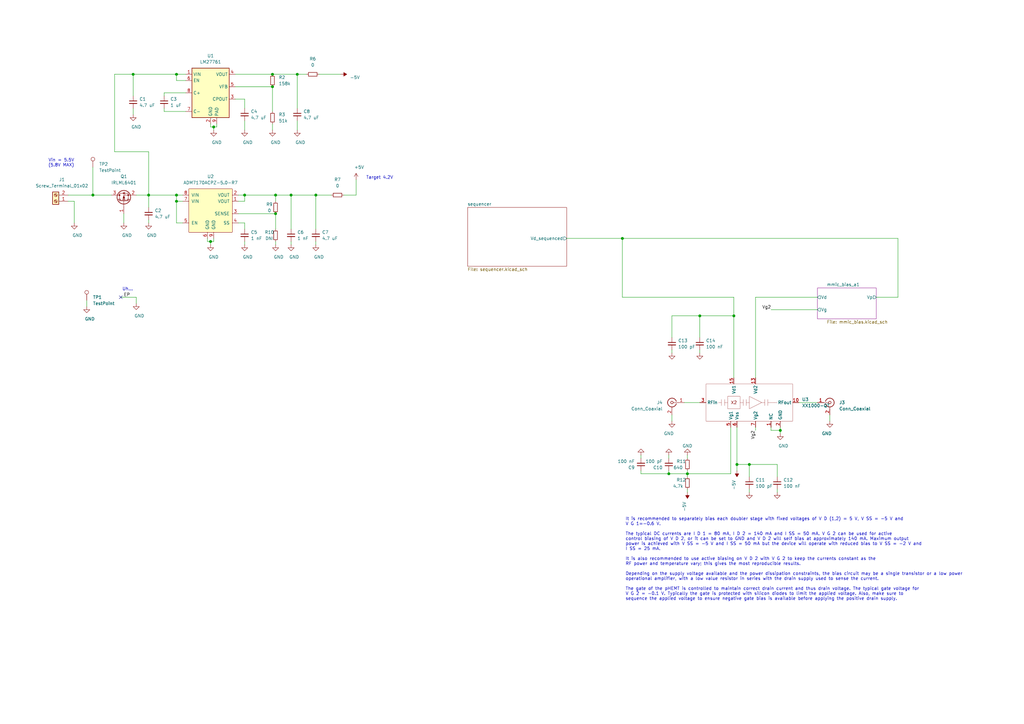
<source format=kicad_sch>
(kicad_sch (version 20210406) (generator eeschema)
  (paper "A3")
  (lib_symbols
    (symbol "Connector:Conn_Coaxial" (pin_names (offset 1.016) hide)
      (property "Reference" "J" (at 0.254 3.048 0))
      (property "Value" "Conn_Coaxial" (at 2.921 0 90))
      (symbol "Conn_Coaxial_0_1"
        (arc (start -1.778 0.508) (end 1.778 0) (radius (at -0.0508 0) (length 1.8034) (angles 163.6 0)) (stroke (width 0.254)))
        (arc (start 1.778 0) (end -1.778 -0.508) (radius (at -0.0254 0) (length 1.8034) (angles 0 -163.8)) (stroke (width 0.254)))
        (circle (center 0 0) (radius 0.508) (stroke (width 0.2032)))
        (polyline (pts (xy -2.54 0) (xy -0.508 0)))
        (polyline (pts (xy 0 -2.54) (xy 0 -1.778)))
      )
      (symbol "Conn_Coaxial_1_1"
        (pin passive line (at -5.08 0 0) (length 2.54) (name "In") (number "1"))
        (pin passive line (at 0 -5.08 90) (length 2.54) (name "Ext") (number "2"))
      )
    )
    (symbol "Connector:Screw_Terminal_01x02" (pin_names (offset 1.016) hide)
      (property "Reference" "J" (at 0 2.54 0))
      (property "Value" "Screw_Terminal_01x02" (at 0 -5.08 0))
      (symbol "Screw_Terminal_01x02_1_1"
        (circle (center 0 -2.54) (radius 0.635) (stroke (width 0.1524)))
        (circle (center 0 0) (radius 0.635) (stroke (width 0.1524)))
        (rectangle (start -1.27 1.27) (end 1.27 -3.81) (stroke (width 0.254)) (fill (type background)))
        (polyline (pts (xy -0.5334 -2.2098) (xy 0.3302 -3.048)) (stroke (width 0.1524)))
        (polyline (pts (xy -0.5334 0.3302) (xy 0.3302 -0.508)) (stroke (width 0.1524)))
        (polyline (pts (xy -0.3556 -2.032) (xy 0.508 -2.8702)) (stroke (width 0.1524)))
        (polyline (pts (xy -0.3556 0.508) (xy 0.508 -0.3302)) (stroke (width 0.1524)))
        (pin passive line (at -5.08 0 0) (length 3.81) (name "Pin_1") (number "1"))
        (pin passive line (at -5.08 -2.54 0) (length 3.81) (name "Pin_2") (number "2"))
      )
    )
    (symbol "Connector:TestPoint" (pin_numbers hide) (pin_names (offset 0.762) hide)
      (property "Reference" "TP" (at 0 6.858 0))
      (property "Value" "TestPoint" (at 0 5.08 0))
      (symbol "TestPoint_0_1"
        (circle (center 0 3.302) (radius 0.762))
      )
      (symbol "TestPoint_1_1"
        (pin passive line (at 0 0 90) (length 2.54) (name "1") (number "1"))
      )
    )
    (symbol "Device:C_Small" (pin_numbers hide) (pin_names (offset 0.254) hide)
      (property "Reference" "C" (at 0.254 1.778 0))
      (property "Value" "C_Small" (at 0.254 -2.032 0))
      (symbol "C_Small_0_1"
        (polyline (pts (xy -1.524 -0.508) (xy 1.524 -0.508)) (stroke (width 0.3302)))
        (polyline (pts (xy -1.524 0.508) (xy 1.524 0.508)) (stroke (width 0.3048)))
      )
      (symbol "C_Small_1_1"
        (pin passive line (at 0 2.54 270) (length 2.032) (name "~") (number "1"))
        (pin passive line (at 0 -2.54 90) (length 2.032) (name "~") (number "2"))
      )
    )
    (symbol "Device:R_Small" (pin_numbers hide) (pin_names (offset 0.254) hide)
      (property "Reference" "R" (at 0.762 0.508 0))
      (property "Value" "R_Small" (at 0.762 -1.016 0))
      (symbol "R_Small_0_1"
        (rectangle (start -0.762 1.778) (end 0.762 -1.778) (stroke (width 0.2032)))
      )
      (symbol "R_Small_1_1"
        (pin passive line (at 0 2.54 270) (length 0.762) (name "~") (number "1"))
        (pin passive line (at 0 -2.54 90) (length 0.762) (name "~") (number "2"))
      )
    )
    (symbol "Regulator_SwitchedCapacitor:LM27761"
      (property "Reference" "U" (at -6.35 11.43 0))
      (property "Value" "LM27761" (at 3.302 11.43 0))
      (symbol "LM27761_0_1"
        (rectangle (start -7.62 10.16) (end 7.62 -10.16) (stroke (width 0.254)) (fill (type background)))
      )
      (symbol "LM27761_1_1"
        (pin power_in line (at -10.16 7.62 0) (length 2.54) (name "VIN") (number "1"))
        (pin power_in line (at 0 -12.7 90) (length 2.54) (name "GND") (number "2"))
        (pin power_out line (at 10.16 -2.54 180) (length 2.54) (name "CPOUT") (number "3"))
        (pin power_out line (at 10.16 7.62 180) (length 2.54) (name "VOUT") (number "4"))
        (pin input line (at 10.16 2.54 180) (length 2.54) (name "VFB") (number "5"))
        (pin input line (at -10.16 5.08 0) (length 2.54) (name "EN") (number "6"))
        (pin passive line (at -10.16 -7.62 0) (length 2.54) (name "C-") (number "7"))
        (pin passive line (at -10.16 0 0) (length 2.54) (name "C+") (number "8"))
        (pin power_in line (at 2.54 -12.7 90) (length 2.54) (name "PAD") (number "9"))
      )
    )
    (symbol "Transistor_FET:IRLML6401" (pin_names hide)
      (property "Reference" "Q" (at 5.08 1.905 0))
      (property "Value" "IRLML6401" (at 5.08 0 0))
      (symbol "IRLML6401_0_1"
        (circle (center 1.651 0) (radius 2.794) (stroke (width 0.254)))
        (circle (center 2.54 -1.778) (radius 0.254) (fill (type outline)))
        (circle (center 2.54 1.778) (radius 0.254) (fill (type outline)))
        (polyline (pts (xy 0.254 0) (xy -2.54 0)))
        (polyline (pts (xy 0.254 1.905) (xy 0.254 -1.905)) (stroke (width 0.254)))
        (polyline (pts (xy 0.762 -1.27) (xy 0.762 -2.286)) (stroke (width 0.254)))
        (polyline (pts (xy 0.762 0.508) (xy 0.762 -0.508)) (stroke (width 0.254)))
        (polyline (pts (xy 0.762 2.286) (xy 0.762 1.27)) (stroke (width 0.254)))
        (polyline (pts (xy 2.54 2.54) (xy 2.54 1.778)))
        (polyline (pts (xy 2.54 -2.54) (xy 2.54 0) (xy 0.762 0)))
        (polyline (pts (xy 0.762 1.778) (xy 3.302 1.778) (xy 3.302 -1.778) (xy 0.762 -1.778)))
        (polyline (pts (xy 2.794 -0.508) (xy 2.921 -0.381) (xy 3.683 -0.381) (xy 3.81 -0.254)))
        (polyline (pts (xy 3.302 -0.381) (xy 2.921 0.254) (xy 3.683 0.254) (xy 3.302 -0.381)))
        (polyline (pts (xy 2.286 0) (xy 1.27 0.381) (xy 1.27 -0.381) (xy 2.286 0)) (fill (type outline)))
      )
      (symbol "IRLML6401_1_1"
        (pin input line (at -5.08 0 0) (length 2.54) (name "G") (number "1"))
        (pin passive line (at 2.54 -5.08 90) (length 2.54) (name "S") (number "2"))
        (pin passive line (at 2.54 5.08 270) (length 2.54) (name "D") (number "3"))
      )
    )
    (symbol "jtk_rf:XX1000-QT"
      (property "Reference" "U" (at 20.32 8.89 0))
      (property "Value" "XX1000-QT" (at 25.4 6.35 0))
      (symbol "XX1000-QT_0_0"
        (text "X2" (at -6.35 0 0) (effects (font (size 1.27 1.27))))
      )
      (symbol "XX1000-QT_0_1"
        (rectangle (start -17.78 7.62) (end 17.78 -7.62) (stroke (width 0.0006)))
        (polyline (pts (xy -10.16 0) (xy -8.89 0)) (stroke (width 0.0006)))
        (polyline (pts (xy -10.16 1.27) (xy -10.16 -1.27)) (stroke (width 0.0006)))
        (polyline (pts (xy -2.54 -1.27) (xy -2.54 0)) (stroke (width 0.0006)))
        (polyline (pts (xy -1.27 0) (xy 0 0)) (stroke (width 0.0006)))
        (polyline (pts (xy -1.27 1.27) (xy -1.27 -1.27)) (stroke (width 0.0006)))
        (polyline (pts (xy 5.08 0) (xy 6.35 0)) (stroke (width 0.0006)))
        (polyline (pts (xy 6.35 1.27) (xy 6.35 -1.27)) (stroke (width 0.0006)))
        (polyline (pts (xy 7.62 0) (xy 10.16 0)) (stroke (width 0.0006)))
        (polyline (pts (xy 7.62 1.27) (xy 7.62 -1.27)) (stroke (width 0.0006)))
        (polyline (pts (xy 10.16 0) (xy 11.43 0)) (stroke (width 0.0006)))
        (polyline (pts (xy -3.81 0) (xy -2.54 0) (xy -2.54 1.27)) (stroke (width 0.0006)))
        (polyline (pts (xy -12.7 0) (xy -11.43 0) (xy -11.43 1.27) (xy -11.43 -1.27)) (stroke (width 0.0006)))
        (polyline (pts (xy 0 0) (xy 0 2.54) (xy 5.08 0) (xy 0 -2.54) (xy 0 0)) (stroke (width 0.0006)))
        (polyline (pts (xy -8.89 0) (xy -8.89 2.54) (xy -3.81 2.54) (xy -3.81 -2.54) (xy -8.89 -2.54) (xy -8.89 0)) (stroke (width 0.0006)))
      )
      (symbol "XX1000-QT_1_1"
        (pin passive line (at 8.89 -10.16 90) (length 2.54) (name "NC") (number "1"))
        (pin output line (at 20.32 0 180) (length 2.54) (name "RFout") (number "10"))
        (pin passive line (at 12.7 -10.16 90) (length 2.54) hide (name "GND") (number "11"))
        (pin passive line (at 8.89 -10.16 90) (length 2.54) hide (name "NC") (number "12"))
        (pin input line (at 2.54 10.16 270) (length 2.54) (name "Vd2") (number "13"))
        (pin passive line (at 8.89 -10.16 90) (length 2.54) hide (name "NC") (number "14"))
        (pin input line (at -6.35 10.16 270) (length 2.54) (name "Vd1") (number "15"))
        (pin passive line (at 8.89 -10.16 90) (length 2.54) hide (name "NC") (number "16"))
        (pin passive line (at 12.7 -10.16 90) (length 2.54) hide (name "GND") (number "17"))
        (pin power_in line (at 12.7 -10.16 90) (length 2.54) (name "GND") (number "2"))
        (pin input line (at -20.32 0 0) (length 2.54) (name "RFin") (number "3"))
        (pin passive line (at 12.7 -10.16 90) (length 2.54) hide (name "GND") (number "4"))
        (pin input line (at -7.62 -10.16 90) (length 2.54) (name "Vg1") (number "5"))
        (pin input line (at -5.08 -10.16 90) (length 2.54) (name "Vss") (number "6"))
        (pin input line (at 2.54 -10.16 90) (length 2.54) (name "Vg2") (number "7"))
        (pin passive line (at 8.89 -10.16 90) (length 2.54) hide (name "NC") (number "8"))
        (pin passive line (at 12.7 -10.16 90) (length 2.54) hide (name "GND") (number "9"))
      )
    )
    (symbol "power:+5V" (power) (pin_names (offset 0))
      (property "Value" "+5V" (at 0 3.556 0))
      (symbol "+5V_0_1"
        (polyline (pts (xy -0.762 1.27) (xy 0 2.54)))
        (polyline (pts (xy 0 0) (xy 0 2.54)))
        (polyline (pts (xy 0 2.54) (xy 0.762 1.27)))
      )
      (symbol "+5V_1_1"
        (pin power_in line (at 0 0 90) (length 0) hide (name "+5V") (number "1"))
      )
    )
    (symbol "power:-5V" (power) (pin_names (offset 0))
      (property "Value" "-5V" (at 0 3.81 0))
      (symbol "-5V_0_0"
        (pin power_in line (at 0 0 90) (length 0) hide (name "-5V") (number "1"))
      )
      (symbol "-5V_0_1"
        (polyline (pts (xy 0 0) (xy 0 1.27) (xy 0.762 1.27) (xy 0 2.54) (xy -0.762 1.27) (xy 0 1.27)) (fill (type outline)))
      )
    )
    (symbol "power:GND" (power) (pin_names (offset 0))
      (property "Value" "GND" (at 0 -3.81 0))
      (symbol "GND_0_1"
        (polyline (pts (xy 0 0) (xy 0 -1.27) (xy 1.27 -1.27) (xy 0 -2.54) (xy -1.27 -1.27) (xy 0 -1.27)))
      )
      (symbol "GND_1_1"
        (pin power_in line (at 0 0 270) (length 0) hide (name "GND") (number "1"))
      )
    )
    (symbol "vna_mm:ADM7170" (pin_names (offset 1.016))
      (property "Reference" "U" (at -17.78 10.16 0))
      (property "Value" "ADM7170" (at -13.97 7.62 0))
      (symbol "ADM7170_0_1"
        (rectangle (start -8.89 6.35) (end 8.89 -11.43) (fill (type background)))
      )
      (symbol "ADM7170_1_1"
        (pin power_out line (at 11.43 1.27 180) (length 2.54) (name "VOUT") (number "1"))
        (pin power_out line (at 11.43 3.81 180) (length 2.54) (name "VOUT") (number "2"))
        (pin passive line (at 11.43 -3.81 180) (length 2.54) (name "SENSE") (number "3"))
        (pin passive line (at 11.43 -7.62 180) (length 2.54) (name "SS") (number "4"))
        (pin input line (at -11.43 -7.62 0) (length 2.54) (name "EN") (number "5"))
        (pin power_in line (at -1.27 -13.97 90) (length 2.54) (name "GND") (number "6"))
        (pin power_in line (at -11.43 1.27 0) (length 2.54) (name "VIN") (number "7"))
        (pin power_in line (at -11.43 3.81 0) (length 2.54) (name "VIN") (number "8"))
        (pin power_in line (at 1.27 -13.97 90) (length 2.54) (name "GND") (number "9"))
      )
    )
  )
  (junction (at 38.1 80.01) (diameter 1.016))
  (junction (at 54.61 30.48) (diameter 1.016))
  (junction (at 60.96 80.01) (diameter 1.016))
  (junction (at 72.39 30.48) (diameter 1.016))
  (junction (at 72.39 80.01) (diameter 1.016))
  (junction (at 72.39 82.55) (diameter 1.016))
  (junction (at 86.36 99.06) (diameter 1.016))
  (junction (at 87.63 52.07) (diameter 1.016))
  (junction (at 100.33 80.01) (diameter 1.016))
  (junction (at 111.76 30.48) (diameter 1.016))
  (junction (at 111.76 35.56) (diameter 1.016))
  (junction (at 113.03 80.01) (diameter 1.016))
  (junction (at 113.03 87.63) (diameter 1.016))
  (junction (at 119.38 80.01) (diameter 1.016))
  (junction (at 121.92 30.48) (diameter 1.016))
  (junction (at 129.54 80.01) (diameter 1.016))
  (junction (at 255.27 97.79) (diameter 1.016))
  (junction (at 274.32 194.31) (diameter 1.016))
  (junction (at 281.94 194.31) (diameter 1.016))
  (junction (at 287.02 129.54) (diameter 1.016))
  (junction (at 300.99 129.54) (diameter 1.016))
  (junction (at 302.26 190.5) (diameter 1.016))
  (junction (at 307.34 190.5) (diameter 1.016))
  (junction (at 320.04 176.53) (diameter 1.016))
  (no_connect (at 49.53 121.92))
  (wire (pts (xy 27.94 80.01) (xy 38.1 80.01)))
  (wire (pts (xy 30.48 82.55) (xy 27.94 82.55)))
  (wire (pts (xy 30.48 91.44) (xy 30.48 82.55)))
  (wire (pts (xy 35.56 123.19) (xy 35.56 125.73)))
  (wire (pts (xy 38.1 68.58) (xy 38.1 80.01)))
  (wire (pts (xy 38.1 80.01) (xy 45.72 80.01)))
  (wire (pts (xy 46.99 30.48) (xy 46.99 62.23)))
  (wire (pts (xy 46.99 62.23) (xy 60.96 62.23)))
  (wire (pts (xy 49.53 121.92) (xy 55.88 121.92)))
  (wire (pts (xy 50.8 87.63) (xy 50.8 91.44)))
  (wire (pts (xy 54.61 30.48) (xy 46.99 30.48)))
  (wire (pts (xy 54.61 30.48) (xy 72.39 30.48)))
  (wire (pts (xy 54.61 39.37) (xy 54.61 30.48)))
  (wire (pts (xy 54.61 44.45) (xy 54.61 46.99)))
  (wire (pts (xy 55.88 80.01) (xy 60.96 80.01)))
  (wire (pts (xy 55.88 121.92) (xy 55.88 124.46)))
  (wire (pts (xy 60.96 62.23) (xy 60.96 80.01)))
  (wire (pts (xy 60.96 80.01) (xy 60.96 85.09)))
  (wire (pts (xy 60.96 90.17) (xy 60.96 91.44)))
  (wire (pts (xy 67.31 38.1) (xy 76.2 38.1)))
  (wire (pts (xy 67.31 39.37) (xy 67.31 38.1)))
  (wire (pts (xy 67.31 45.72) (xy 67.31 44.45)))
  (wire (pts (xy 72.39 30.48) (xy 76.2 30.48)))
  (wire (pts (xy 72.39 33.02) (xy 72.39 30.48)))
  (wire (pts (xy 72.39 80.01) (xy 60.96 80.01)))
  (wire (pts (xy 72.39 82.55) (xy 72.39 80.01)))
  (wire (pts (xy 72.39 91.44) (xy 72.39 82.55)))
  (wire (pts (xy 74.93 80.01) (xy 72.39 80.01)))
  (wire (pts (xy 74.93 82.55) (xy 72.39 82.55)))
  (wire (pts (xy 74.93 91.44) (xy 72.39 91.44)))
  (wire (pts (xy 76.2 33.02) (xy 72.39 33.02)))
  (wire (pts (xy 76.2 45.72) (xy 67.31 45.72)))
  (wire (pts (xy 85.09 97.79) (xy 85.09 99.06)))
  (wire (pts (xy 85.09 99.06) (xy 86.36 99.06)))
  (wire (pts (xy 86.36 50.8) (xy 86.36 52.07)))
  (wire (pts (xy 86.36 52.07) (xy 87.63 52.07)))
  (wire (pts (xy 86.36 99.06) (xy 86.36 100.33)))
  (wire (pts (xy 86.36 99.06) (xy 87.63 99.06)))
  (wire (pts (xy 87.63 52.07) (xy 87.63 53.34)))
  (wire (pts (xy 87.63 52.07) (xy 88.9 52.07)))
  (wire (pts (xy 87.63 99.06) (xy 87.63 97.79)))
  (wire (pts (xy 88.9 52.07) (xy 88.9 50.8)))
  (wire (pts (xy 96.52 30.48) (xy 111.76 30.48)))
  (wire (pts (xy 96.52 35.56) (xy 111.76 35.56)))
  (wire (pts (xy 96.52 40.64) (xy 100.33 40.64)))
  (wire (pts (xy 97.79 82.55) (xy 100.33 82.55)))
  (wire (pts (xy 97.79 87.63) (xy 113.03 87.63)))
  (wire (pts (xy 97.79 91.44) (xy 100.33 91.44)))
  (wire (pts (xy 100.33 40.64) (xy 100.33 44.45)))
  (wire (pts (xy 100.33 49.53) (xy 100.33 53.34)))
  (wire (pts (xy 100.33 80.01) (xy 97.79 80.01)))
  (wire (pts (xy 100.33 80.01) (xy 113.03 80.01)))
  (wire (pts (xy 100.33 82.55) (xy 100.33 80.01)))
  (wire (pts (xy 100.33 91.44) (xy 100.33 93.98)))
  (wire (pts (xy 100.33 99.06) (xy 100.33 100.33)))
  (wire (pts (xy 111.76 30.48) (xy 121.92 30.48)))
  (wire (pts (xy 111.76 35.56) (xy 111.76 45.72)))
  (wire (pts (xy 111.76 50.8) (xy 111.76 53.34)))
  (wire (pts (xy 113.03 80.01) (xy 113.03 82.55)))
  (wire (pts (xy 113.03 80.01) (xy 119.38 80.01)))
  (wire (pts (xy 113.03 87.63) (xy 113.03 93.98)))
  (wire (pts (xy 113.03 99.06) (xy 113.03 100.33)))
  (wire (pts (xy 119.38 80.01) (xy 119.38 93.98)))
  (wire (pts (xy 119.38 80.01) (xy 129.54 80.01)))
  (wire (pts (xy 119.38 99.06) (xy 119.38 100.33)))
  (wire (pts (xy 121.92 30.48) (xy 125.73 30.48)))
  (wire (pts (xy 121.92 44.45) (xy 121.92 30.48)))
  (wire (pts (xy 121.92 49.53) (xy 121.92 53.34)))
  (wire (pts (xy 129.54 80.01) (xy 129.54 93.98)))
  (wire (pts (xy 129.54 80.01) (xy 135.89 80.01)))
  (wire (pts (xy 129.54 99.06) (xy 129.54 100.33)))
  (wire (pts (xy 130.81 30.48) (xy 139.7 30.48)))
  (wire (pts (xy 146.05 73.66) (xy 146.05 80.01)))
  (wire (pts (xy 146.05 80.01) (xy 140.97 80.01)))
  (wire (pts (xy 232.41 97.79) (xy 255.27 97.79)))
  (wire (pts (xy 255.27 97.79) (xy 255.27 121.92)))
  (wire (pts (xy 255.27 97.79) (xy 368.3 97.79)))
  (wire (pts (xy 255.27 121.92) (xy 300.99 121.92)))
  (wire (pts (xy 262.89 187.96) (xy 262.89 186.69)))
  (wire (pts (xy 262.89 193.04) (xy 262.89 194.31)))
  (wire (pts (xy 262.89 194.31) (xy 274.32 194.31)))
  (wire (pts (xy 274.32 187.96) (xy 274.32 186.69)))
  (wire (pts (xy 274.32 193.04) (xy 274.32 194.31)))
  (wire (pts (xy 274.32 194.31) (xy 281.94 194.31)))
  (wire (pts (xy 275.59 129.54) (xy 275.59 138.43)))
  (wire (pts (xy 275.59 129.54) (xy 287.02 129.54)))
  (wire (pts (xy 275.59 143.51) (xy 275.59 144.78)))
  (wire (pts (xy 275.59 170.18) (xy 275.59 172.72)))
  (wire (pts (xy 280.67 165.1) (xy 287.02 165.1)))
  (wire (pts (xy 281.94 186.69) (xy 281.94 187.96)))
  (wire (pts (xy 281.94 194.31) (xy 281.94 193.04)))
  (wire (pts (xy 281.94 194.31) (xy 281.94 195.58)))
  (wire (pts (xy 281.94 194.31) (xy 299.72 194.31)))
  (wire (pts (xy 281.94 200.66) (xy 281.94 201.93)))
  (wire (pts (xy 287.02 129.54) (xy 287.02 138.43)))
  (wire (pts (xy 287.02 129.54) (xy 300.99 129.54)))
  (wire (pts (xy 287.02 143.51) (xy 287.02 144.78)))
  (wire (pts (xy 299.72 194.31) (xy 299.72 175.26)))
  (wire (pts (xy 300.99 121.92) (xy 300.99 129.54)))
  (wire (pts (xy 300.99 129.54) (xy 300.99 154.94)))
  (wire (pts (xy 302.26 175.26) (xy 302.26 190.5)))
  (wire (pts (xy 302.26 190.5) (xy 302.26 193.04)))
  (wire (pts (xy 302.26 190.5) (xy 307.34 190.5)))
  (wire (pts (xy 307.34 190.5) (xy 307.34 195.58)))
  (wire (pts (xy 307.34 190.5) (xy 318.77 190.5)))
  (wire (pts (xy 307.34 200.66) (xy 307.34 201.93)))
  (wire (pts (xy 309.88 121.92) (xy 309.88 154.94)))
  (wire (pts (xy 309.88 121.92) (xy 335.28 121.92)))
  (wire (pts (xy 309.88 175.26) (xy 309.88 176.53)))
  (wire (pts (xy 316.23 127) (xy 335.28 127)))
  (wire (pts (xy 316.23 175.26) (xy 316.23 176.53)))
  (wire (pts (xy 316.23 176.53) (xy 320.04 176.53)))
  (wire (pts (xy 318.77 190.5) (xy 318.77 195.58)))
  (wire (pts (xy 318.77 200.66) (xy 318.77 201.93)))
  (wire (pts (xy 320.04 175.26) (xy 320.04 176.53)))
  (wire (pts (xy 320.04 176.53) (xy 320.04 177.8)))
  (wire (pts (xy 327.66 165.1) (xy 335.28 165.1)))
  (wire (pts (xy 340.36 170.18) (xy 340.36 172.72)))
  (wire (pts (xy 368.3 97.79) (xy 368.3 121.92)))
  (wire (pts (xy 368.3 121.92) (xy 359.41 121.92)))
  (text "Vin = 5.5V\n(5.8V MAX)" (at 30.48 68.58 180) (effects (font (size 1.27 1.27)) (justify right bottom)))
  (text "Uh..." (at 54.61 119.38 180) (effects (font (size 1.27 1.27)) (justify right bottom)))
  (text "Target 4.2V" (at 161.29 73.66 180) (effects (font (size 1.27 1.27)) (justify right bottom)))
  (text "It is recommended to separately bias each doubler stage with fixed voltages of V D (1,2) = 5 V, V SS = -5 V and\nV G 1=-0.6 V. \n\nThe typical DC currents are I D 1 = 80 mA, I D 2 = 140 mA and I SS = 50 mA. V G 2 can be used for active\ncontrol biasing of V D 2, or it can be set to GND and V D 2 will self bias at approximately 140 mA. Maximum output\npower is achieved with V SS = -5 V and I SS = 50 mA but the device will operate with reduced bias to V SS = -2 V and\nI SS = 25 mA. \n\nIt is also recommended to use active biasing on V D 2 with V G 2 to keep the currents constant as the\nRF power and temperature vary; this gives the most reproducible results. \n\nDepending on the supply voltage available and the power dissipation constraints, the bias circuit may be a single transistor or a low power\noperational amplifier, with a low value resistor in series with the drain supply used to sense the current. \n\nThe gate of the pHEMT is controlled to maintain correct drain current and thus drain voltage. The typical gate voltage for\nV G 2 = -0.1 V. Typically the gate is protected with silicon diodes to limit the applied voltage. Also, make sure to\nsequence the applied voltage to ensure negative gate bias is available before applying the positive drain supply." (at 256.54 246.38 0) (effects (font (size 1.27 1.27)) (justify left bottom)))
  (label "EP" (at 53.34 121.92 180))
  (label "Vg2" (at 309.88 176.53 270))
  (label "Vg2" (at 316.23 127 180))
  (symbol (lib_id "power:-5V") (at 139.7 30.48 270) (unit 1)
    (property "Reference" "#PWR0115" (effects hide))
    (property "Value" "-5V" (at 143.51 31.75 90) (effects (justify left)))
  )
  (symbol (lib_id "power:+5V") (at 146.05 73.66 0) (unit 1)
    (property "Reference" "#PWR0118" (effects hide))
    (property "Value" "+5V" (at 147.32 68.58 0))
  )
  (symbol (lib_id "power:-5V") (at 281.94 201.93 180) (unit 1)
    (property "Reference" "#PWR0122" (effects hide))
    (property "Value" "-5V" (at 280.67 205.74 90) (effects (justify left)))
  )
  (symbol (lib_id "power:-5V") (at 302.26 193.04 180) (unit 1)
    (property "Reference" "#PWR0123" (effects hide))
    (property "Value" "-5V" (at 300.99 196.85 90) (effects (justify left)))
  )
  (symbol (lib_id "Connector:TestPoint") (at 35.56 123.19 0) (unit 1)
    (property "Reference" "TP1" (at 38.1 121.92 0) (effects (justify left)))
    (property "Value" "TestPoint" (at 38.1 124.46 0) (effects (justify left)))
    (property "Footprint" "TestPoint:TestPoint_Keystone_5015_Micro-Minature" (effects hide))
  )
  (symbol (lib_id "Connector:TestPoint") (at 38.1 68.58 0) (unit 1)
    (property "Reference" "TP2" (at 40.64 67.31 0) (effects (justify left)))
    (property "Value" "TestPoint" (at 40.64 69.85 0) (effects (justify left)))
    (property "Footprint" "TestPoint:TestPoint_Keystone_5015_Micro-Minature" (effects hide))
  )
  (symbol (lib_id "power:GND") (at 30.48 91.44 0) (unit 1)
    (property "Reference" "#PWR0102" (effects hide))
    (property "Value" "GND" (at 31.75 96.52 0))
  )
  (symbol (lib_id "power:GND") (at 35.56 125.73 0) (unit 1)
    (property "Reference" "#PWR0103" (effects hide))
    (property "Value" "GND" (at 36.83 130.81 0))
  )
  (symbol (lib_id "power:GND") (at 50.8 91.44 0) (unit 1)
    (property "Reference" "#PWR0101" (effects hide))
    (property "Value" "GND" (at 52.07 96.52 0))
  )
  (symbol (lib_id "power:GND") (at 54.61 46.99 0) (unit 1)
    (property "Reference" "#PWR0105" (effects hide))
    (property "Value" "GND" (at 55.88 52.07 0))
  )
  (symbol (lib_id "power:GND") (at 55.88 124.46 0) (unit 1)
    (property "Reference" "#PWR0112" (effects hide))
    (property "Value" "GND" (at 57.15 129.54 0))
  )
  (symbol (lib_id "power:GND") (at 60.96 91.44 0) (unit 1)
    (property "Reference" "#PWR0104" (effects hide))
    (property "Value" "GND" (at 62.23 96.52 0))
  )
  (symbol (lib_id "power:GND") (at 86.36 100.33 0) (unit 1)
    (property "Reference" "#PWR0107" (effects hide))
    (property "Value" "GND" (at 87.63 105.41 0))
  )
  (symbol (lib_id "power:GND") (at 87.63 53.34 0) (unit 1)
    (property "Reference" "#PWR0108" (effects hide))
    (property "Value" "GND" (at 88.9 58.42 0))
  )
  (symbol (lib_id "power:GND") (at 100.33 53.34 0) (unit 1)
    (property "Reference" "#PWR0109" (effects hide))
    (property "Value" "GND" (at 101.6 58.42 0))
  )
  (symbol (lib_id "power:GND") (at 100.33 100.33 0) (unit 1)
    (property "Reference" "#PWR0106" (effects hide))
    (property "Value" "GND" (at 101.6 105.41 0))
  )
  (symbol (lib_id "power:GND") (at 111.76 53.34 0) (unit 1)
    (property "Reference" "#PWR0110" (effects hide))
    (property "Value" "GND" (at 113.03 58.42 0))
  )
  (symbol (lib_id "power:GND") (at 113.03 100.33 0) (unit 1)
    (property "Reference" "#PWR0119" (effects hide))
    (property "Value" "GND" (at 114.3 105.41 0))
  )
  (symbol (lib_id "power:GND") (at 119.38 100.33 0) (unit 1)
    (property "Reference" "#PWR0113" (effects hide))
    (property "Value" "GND" (at 120.65 105.41 0))
  )
  (symbol (lib_id "power:GND") (at 121.92 53.34 0) (unit 1)
    (property "Reference" "#PWR0111" (effects hide))
    (property "Value" "GND" (at 123.19 58.42 0))
  )
  (symbol (lib_id "power:GND") (at 129.54 100.33 0) (unit 1)
    (property "Reference" "#PWR0114" (effects hide))
    (property "Value" "GND" (at 130.81 105.41 0))
  )
  (symbol (lib_id "power:GND") (at 262.89 186.69 180) (unit 1)
    (property "Reference" "#PWR0124" (effects hide))
    (property "Value" "GND" (effects hide))
  )
  (symbol (lib_id "power:GND") (at 274.32 186.69 180) (unit 1)
    (property "Reference" "#PWR0127" (effects hide))
    (property "Value" "GND" (effects hide))
  )
  (symbol (lib_id "power:GND") (at 275.59 144.78 0) (unit 1)
    (property "Reference" "#PWR0129" (effects hide))
    (property "Value" "GND" (effects hide))
  )
  (symbol (lib_id "power:GND") (at 275.59 172.72 0) (mirror y) (unit 1)
    (property "Reference" "#PWR0125" (effects hide))
    (property "Value" "GND" (at 274.32 177.8 0))
  )
  (symbol (lib_id "power:GND") (at 281.94 186.69 180) (unit 1)
    (property "Reference" "#PWR0126" (effects hide))
    (property "Value" "GND" (at 281.94 182.88 0))
  )
  (symbol (lib_id "power:GND") (at 287.02 144.78 0) (unit 1)
    (property "Reference" "#PWR0130" (effects hide))
    (property "Value" "GND" (effects hide))
  )
  (symbol (lib_id "power:GND") (at 307.34 201.93 0) (unit 1)
    (property "Reference" "#PWR0121" (effects hide))
    (property "Value" "GND" (effects hide))
  )
  (symbol (lib_id "power:GND") (at 318.77 201.93 0) (unit 1)
    (property "Reference" "#PWR0120" (effects hide))
    (property "Value" "GND" (effects hide))
  )
  (symbol (lib_id "power:GND") (at 320.04 177.8 0) (unit 1)
    (property "Reference" "#PWR0128" (effects hide))
    (property "Value" "GND" (at 321.31 182.88 0))
  )
  (symbol (lib_id "power:GND") (at 340.36 172.72 0) (mirror y) (unit 1)
    (property "Reference" "#PWR0116" (effects hide))
    (property "Value" "GND" (at 339.09 177.8 0))
  )
  (symbol (lib_id "Device:R_Small") (at 111.76 33.02 0) (unit 1)
    (property "Reference" "R2" (at 114.3 31.75 0) (effects (justify left)))
    (property "Value" "158k" (at 114.3 34.29 0) (effects (justify left)))
    (property "Footprint" "Resistor_SMD:R_0402_1005Metric" (effects hide))
  )
  (symbol (lib_id "Device:R_Small") (at 111.76 48.26 0) (unit 1)
    (property "Reference" "R3" (at 114.3 46.99 0) (effects (justify left)))
    (property "Value" "51k" (at 114.3 49.53 0) (effects (justify left)))
    (property "Footprint" "Resistor_SMD:R_0402_1005Metric" (effects hide))
  )
  (symbol (lib_id "Device:R_Small") (at 113.03 85.09 180) (unit 1)
    (property "Reference" "R9" (at 110.49 83.82 0))
    (property "Value" "0" (at 110.49 86.36 0))
    (property "Footprint" "Resistor_SMD:R_0402_1005Metric" (effects hide))
  )
  (symbol (lib_id "Device:R_Small") (at 113.03 96.52 180) (unit 1)
    (property "Reference" "R10" (at 110.49 95.25 0))
    (property "Value" "DNI" (at 110.49 97.79 0))
    (property "Footprint" "Resistor_SMD:R_0402_1005Metric" (effects hide))
  )
  (symbol (lib_id "Device:R_Small") (at 128.27 30.48 90) (unit 1)
    (property "Reference" "R6" (at 128.27 24.13 90))
    (property "Value" "0" (at 128.27 26.67 90))
    (property "Footprint" "Resistor_SMD:R_0402_1005Metric" (effects hide))
  )
  (symbol (lib_id "Device:R_Small") (at 138.43 80.01 90) (unit 1)
    (property "Reference" "R7" (at 138.43 73.66 90))
    (property "Value" "0" (at 138.43 76.2 90))
    (property "Footprint" "Resistor_SMD:R_0402_1005Metric" (effects hide))
  )
  (symbol (lib_id "Device:R_Small") (at 281.94 190.5 180) (unit 1)
    (property "Reference" "R11" (at 279.4 189.23 0))
    (property "Value" "640" (at 278.13 191.77 0))
    (property "Footprint" "Resistor_SMD:R_0402_1005Metric" (effects hide))
  )
  (symbol (lib_id "Device:R_Small") (at 281.94 198.12 180) (unit 1)
    (property "Reference" "R12" (at 279.4 196.85 0))
    (property "Value" "4.7k" (at 278.13 199.39 0))
    (property "Footprint" "Resistor_SMD:R_0402_1005Metric" (effects hide))
  )
  (symbol (lib_id "Device:C_Small") (at 54.61 41.91 0) (unit 1)
    (property "Reference" "C1" (at 57.15 40.64 0) (effects (justify left)))
    (property "Value" "4.7 uF" (at 57.15 43.18 0) (effects (justify left)))
    (property "Footprint" "Capacitor_SMD:C_0603_1608Metric" (effects hide))
  )
  (symbol (lib_id "Device:C_Small") (at 60.96 87.63 0) (unit 1)
    (property "Reference" "C2" (at 63.5 86.36 0) (effects (justify left)))
    (property "Value" "4.7 uF" (at 63.5 88.9 0) (effects (justify left)))
    (property "Footprint" "Capacitor_SMD:C_0603_1608Metric" (effects hide))
  )
  (symbol (lib_id "Device:C_Small") (at 67.31 41.91 0) (unit 1)
    (property "Reference" "C3" (at 69.85 40.64 0) (effects (justify left)))
    (property "Value" "1 uF" (at 69.85 43.18 0) (effects (justify left)))
    (property "Footprint" "Capacitor_SMD:C_0402_1005Metric" (effects hide))
  )
  (symbol (lib_id "Device:C_Small") (at 100.33 46.99 0) (unit 1)
    (property "Reference" "C4" (at 102.87 45.72 0) (effects (justify left)))
    (property "Value" "4.7 uF" (at 102.87 48.26 0) (effects (justify left)))
    (property "Footprint" "Capacitor_SMD:C_0603_1608Metric" (effects hide))
  )
  (symbol (lib_id "Device:C_Small") (at 100.33 96.52 0) (unit 1)
    (property "Reference" "C5" (at 102.87 95.25 0) (effects (justify left)))
    (property "Value" "1 nF" (at 102.87 97.79 0) (effects (justify left)))
    (property "Footprint" "Capacitor_SMD:C_0402_1005Metric" (effects hide))
  )
  (symbol (lib_id "Device:C_Small") (at 119.38 96.52 0) (unit 1)
    (property "Reference" "C6" (at 121.92 95.25 0) (effects (justify left)))
    (property "Value" "1 nF" (at 121.92 97.79 0) (effects (justify left)))
    (property "Footprint" "Capacitor_SMD:C_0402_1005Metric" (effects hide))
  )
  (symbol (lib_id "Device:C_Small") (at 121.92 46.99 0) (unit 1)
    (property "Reference" "C8" (at 124.46 45.72 0) (effects (justify left)))
    (property "Value" "4.7 uF" (at 124.46 48.26 0) (effects (justify left)))
    (property "Footprint" "Capacitor_SMD:C_0603_1608Metric" (effects hide))
  )
  (symbol (lib_id "Device:C_Small") (at 129.54 96.52 0) (unit 1)
    (property "Reference" "C7" (at 132.08 95.25 0) (effects (justify left)))
    (property "Value" "4.7 uF" (at 132.08 97.79 0) (effects (justify left)))
    (property "Footprint" "Capacitor_SMD:C_0603_1608Metric" (effects hide))
  )
  (symbol (lib_id "Device:C_Small") (at 262.89 190.5 180) (unit 1)
    (property "Reference" "C9" (at 260.35 191.77 0) (effects (justify left)))
    (property "Value" "100 nF" (at 260.35 189.23 0) (effects (justify left)))
    (property "Footprint" "Capacitor_SMD:C_0402_1005Metric" (effects hide))
  )
  (symbol (lib_id "Device:C_Small") (at 274.32 190.5 180) (unit 1)
    (property "Reference" "C10" (at 271.78 191.77 0) (effects (justify left)))
    (property "Value" "100 pF" (at 271.78 189.23 0) (effects (justify left)))
    (property "Footprint" "Capacitor_SMD:C_0402_1005Metric" (effects hide))
  )
  (symbol (lib_id "Device:C_Small") (at 275.59 140.97 0) (unit 1)
    (property "Reference" "C13" (at 278.13 139.7 0) (effects (justify left)))
    (property "Value" "100 pF" (at 278.13 142.24 0) (effects (justify left)))
    (property "Footprint" "Capacitor_SMD:C_0402_1005Metric" (effects hide))
  )
  (symbol (lib_id "Device:C_Small") (at 287.02 140.97 0) (unit 1)
    (property "Reference" "C14" (at 289.56 139.7 0) (effects (justify left)))
    (property "Value" "100 nF" (at 289.56 142.24 0) (effects (justify left)))
    (property "Footprint" "Capacitor_SMD:C_0402_1005Metric" (effects hide))
  )
  (symbol (lib_id "Device:C_Small") (at 307.34 198.12 0) (unit 1)
    (property "Reference" "C11" (at 309.88 196.85 0) (effects (justify left)))
    (property "Value" "100 pF" (at 309.88 199.39 0) (effects (justify left)))
    (property "Footprint" "Capacitor_SMD:C_0402_1005Metric" (effects hide))
  )
  (symbol (lib_id "Device:C_Small") (at 318.77 198.12 0) (unit 1)
    (property "Reference" "C12" (at 321.31 196.85 0) (effects (justify left)))
    (property "Value" "100 nF" (at 321.31 199.39 0) (effects (justify left)))
    (property "Footprint" "Capacitor_SMD:C_0402_1005Metric" (effects hide))
  )
  (symbol (lib_id "Connector:Screw_Terminal_01x02") (at 22.86 82.55 180) (unit 1)
    (property "Reference" "J1" (at 25.4 73.66 0))
    (property "Value" "Screw_Terminal_01x02" (at 25.4 76.2 0))
    (property "Footprint" "TerminalBlock_Phoenix:TerminalBlock_Phoenix_MPT-0,5-2-2.54_1x02_P2.54mm_Horizontal" (effects hide))
  )
  (symbol (lib_id "Connector:Conn_Coaxial") (at 275.59 165.1 0) (mirror y) (unit 1)
    (property "Reference" "J4" (at 271.78 165.1 0) (effects (justify left)))
    (property "Value" "Conn_Coaxial" (at 271.78 167.64 0) (effects (justify left)))
    (property "Footprint" "jtk_rf_footprints:sw_edge_oshpark_4layer" (effects hide))
    (property "Datasheet" " ~" (effects hide))
  )
  (symbol (lib_id "Connector:Conn_Coaxial") (at 340.36 165.1 0) (unit 1)
    (property "Reference" "J3" (at 344.17 165.1 0) (effects (justify left)))
    (property "Value" "Conn_Coaxial" (at 344.17 167.64 0) (effects (justify left)))
    (property "Footprint" "jtk_rf_footprints:sw_edge_oshpark_4layer" (effects hide))
    (property "Datasheet" " ~" (effects hide))
  )
  (symbol (lib_id "Transistor_FET:IRLML6401") (at 50.8 82.55 90) (unit 1)
    (property "Reference" "Q1" (at 50.8 72.39 90))
    (property "Value" "IRLML6401" (at 50.8 74.93 90))
    (property "Footprint" "Package_TO_SOT_SMD:SOT-23" (effects hide))
    (property "Datasheet" "https://www.infineon.com/dgdl/irlml6401pbf.pdf?fileId=5546d462533600a401535668b96d2634" (effects hide))
  )
  (symbol (lib_id "vna_mm:ADM7170") (at 86.36 83.82 0) (unit 1)
    (property "Reference" "U2" (at 86.36 72.39 0))
    (property "Value" "ADM7170ACPZ-5.0-R7" (at 86.36 74.93 0))
    (property "Footprint" "Package_DFN_QFN:DFN-8-1EP_3x3mm_P0.5mm_EP1.66x2.38mm" (effects hide))
    (property "Datasheet" "https://www.analog.com/media/en/technical-documentation/data-sheets/ADM7170.pdf" (effects hide))
  )
  (symbol (lib_id "Regulator_SwitchedCapacitor:LM27761") (at 86.36 38.1 0) (unit 1)
    (property "Reference" "U1" (at 86.36 22.86 0))
    (property "Value" "LM27761" (at 86.36 25.4 0))
    (property "Footprint" "Package_SON:WSON-8-1EP_2x2mm_P0.5mm_EP0.9x1.6mm" (effects hide))
    (property "Datasheet" "http://www.ti.com/lit/ds/symlink/lm27761.pdf" (effects hide))
  )
  (symbol (lib_id "jtk_rf:XX1000-QT") (at 307.34 165.1 0) (unit 1)
    (property "Reference" "U3" (at 328.93 163.83 0) (effects (justify left)))
    (property "Value" "XX1000-QT" (at 328.93 166.37 0) (effects (justify left)))
    (property "Footprint" "Package_DFN_QFN:QFN-16-1EP_3x3mm_P0.5mm_EP1.45x1.45mm" (effects hide))
    (property "Datasheet" "https://cdn.macom.com/datasheets/XX1000-QT.pdf" (effects hide))
    (property "mfg" "MACOM" (effects hide))
    (property "mpn" "XX1000-QT-0G0T" (effects hide))
    (property "dist" "RichardsonRFPD" (effects hide))
  )
  (sheet (at 335.28 118.11) (size 24.13 12.7) (stroke (width 0.001) (color 132 0 132 1)) (fill (color 255 255 255 0.0000))
    (property "Sheet name" "mmic_bias_a1" (at 339.09 117.4741 0) (effects (justify left bottom)))
    (property "Sheet file" "mmic_bias.kicad_sch" (at 339.09 131.3189 0) (effects (justify left top)))
    (pin "Vd" output (at 335.28 121.92 180))
    (pin "Vp" output (at 359.41 121.92 0))
    (pin "Vg" output (at 335.28 127 180))
  )
  (sheet (at 191.77 85.09) (size 40.64 24.13) (stroke (width 0.001))
    (property "Sheet name" "sequencer" (at 191.77 84.4541 0) (effects (justify left bottom)))
    (property "Sheet file" "sequencer.kicad_sch" (at 191.77 109.7289 0) (effects (justify left top)))
    (pin "Vd_sequenced" output (at 232.41 97.79 0))
  )
)
</source>
